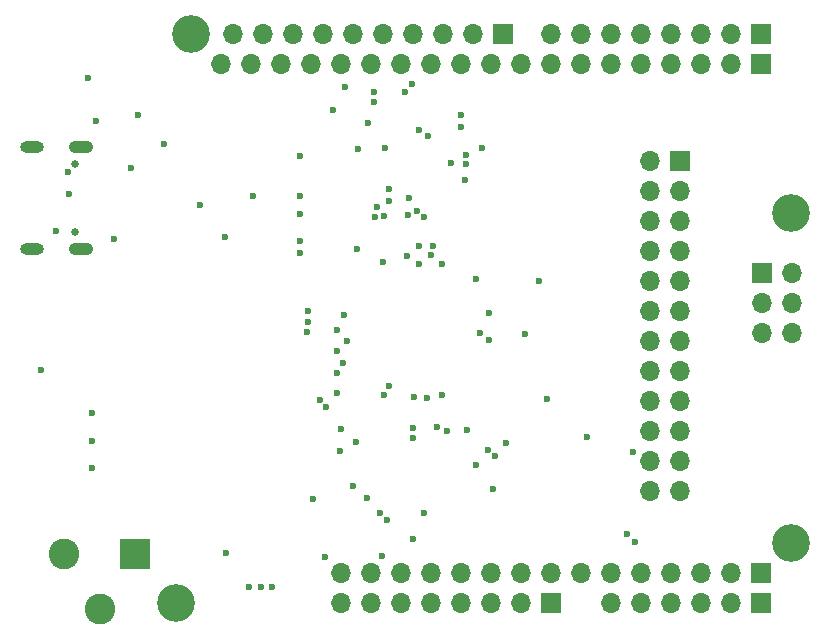
<source format=gbs>
G04 #@! TF.GenerationSoftware,KiCad,Pcbnew,(5.1.6)-1*
G04 #@! TF.CreationDate,2020-08-01T00:49:33+09:00*
G04 #@! TF.ProjectId,Meno_R2,4d656e6f-5f52-4322-9e6b-696361645f70,rev?*
G04 #@! TF.SameCoordinates,PX6cf7820PY7a67730*
G04 #@! TF.FileFunction,Soldermask,Bot*
G04 #@! TF.FilePolarity,Negative*
%FSLAX46Y46*%
G04 Gerber Fmt 4.6, Leading zero omitted, Abs format (unit mm)*
G04 Created by KiCad (PCBNEW (5.1.6)-1) date 2020-08-01 00:49:33*
%MOMM*%
%LPD*%
G01*
G04 APERTURE LIST*
%ADD10C,2.600000*%
%ADD11R,2.600000X2.600000*%
%ADD12R,1.700000X1.700000*%
%ADD13O,1.700000X1.700000*%
%ADD14O,2.000000X1.000000*%
%ADD15O,2.100000X1.050000*%
%ADD16C,0.650000*%
%ADD17C,3.200000*%
%ADD18C,0.600000*%
G04 APERTURE END LIST*
D10*
X7460000Y2000000D03*
X4460000Y6700000D03*
D11*
X10460000Y6700000D03*
D12*
X63459000Y5080000D03*
D13*
X60919000Y5080000D03*
X58379000Y5080000D03*
X55839000Y5080000D03*
X53299000Y5080000D03*
X50759000Y5080000D03*
X48219000Y5080000D03*
X45679000Y5080000D03*
X43139000Y5080000D03*
X40599000Y5080000D03*
X38059000Y5080000D03*
X35519000Y5080000D03*
X32979000Y5080000D03*
X30439000Y5080000D03*
X27899000Y5080000D03*
D12*
X63459000Y2535000D03*
D13*
X60919000Y2535000D03*
X58379000Y2535000D03*
X55839000Y2535000D03*
X53299000Y2535000D03*
X50759000Y2535000D03*
X27899000Y2535000D03*
X30439000Y2535000D03*
X32979000Y2535000D03*
X35519000Y2535000D03*
X38059000Y2535000D03*
X40599000Y2535000D03*
X43139000Y2535000D03*
D12*
X45679000Y2535000D03*
X41615000Y50754700D03*
D13*
X39075000Y50754700D03*
X36535000Y50754700D03*
X33995000Y50754700D03*
X31455000Y50754700D03*
X28915000Y50754700D03*
X26375000Y50754700D03*
X23835000Y50754700D03*
X21295000Y50754700D03*
X18755000Y50754700D03*
D12*
X63459000Y50754700D03*
D13*
X60919000Y50754700D03*
X58379000Y50754700D03*
X55839000Y50754700D03*
X53299000Y50754700D03*
X50759000Y50754700D03*
X48219000Y50754700D03*
X45679000Y50754700D03*
D12*
X63459000Y48210000D03*
D13*
X60919000Y48210000D03*
X58379000Y48210000D03*
X55839000Y48210000D03*
X53299000Y48210000D03*
X50759000Y48210000D03*
X48219000Y48210000D03*
X45679000Y48210000D03*
X43139000Y48210000D03*
X40599000Y48210000D03*
X38059000Y48210000D03*
X35519000Y48210000D03*
X32979000Y48210000D03*
X30439000Y48210000D03*
X27899000Y48210000D03*
X25359000Y48210000D03*
X22819000Y48210000D03*
X20279000Y48210000D03*
X17739000Y48210000D03*
D12*
X63585000Y30474700D03*
D13*
X66125000Y30474700D03*
X63585000Y27934700D03*
X66125000Y27934700D03*
X63585000Y25394700D03*
X66125000Y25394700D03*
D12*
X56600000Y40000000D03*
D13*
X54060000Y40000000D03*
X56600000Y37460000D03*
X54060000Y37460000D03*
X56600000Y34920000D03*
X54060000Y34920000D03*
X56600000Y32380000D03*
X54060000Y32380000D03*
X56600000Y29840000D03*
X54060000Y29840000D03*
X56600000Y27300000D03*
X54060000Y27300000D03*
X56600000Y24760000D03*
X54060000Y24760000D03*
X56600000Y22220000D03*
X54060000Y22220000D03*
X56600000Y19680000D03*
X54060000Y19680000D03*
X56600000Y17140000D03*
X54060000Y17140000D03*
X56600000Y14600000D03*
X54060000Y14600000D03*
X56600000Y12060000D03*
X54060000Y12060000D03*
D14*
X1700000Y41170000D03*
X1700000Y32530000D03*
D15*
X5880000Y41170000D03*
X5880000Y32530000D03*
D16*
X5350000Y33960000D03*
X5350000Y39740000D03*
D17*
X15199210Y50754717D03*
X65998312Y35554717D03*
X65998312Y7615000D03*
X13929210Y2534717D03*
D18*
X40800000Y12200000D03*
X31380000Y6500000D03*
X26550000Y6460000D03*
X21100000Y3870000D03*
X6810000Y18590000D03*
X6810000Y16290000D03*
X6810000Y13990000D03*
X20150000Y3870000D03*
X22050000Y3870000D03*
X25560000Y11320000D03*
X29234200Y32498300D03*
X28239100Y46194400D03*
X30656000Y45828000D03*
X31970000Y37558000D03*
X27878800Y17261100D03*
X12941300Y41412700D03*
X3770000Y34000000D03*
X4825300Y39060500D03*
X29141500Y16157300D03*
X52625900Y15323100D03*
X31200000Y10180000D03*
X31820000Y9580000D03*
X28103800Y22850000D03*
X30100000Y11400000D03*
X27567200Y22003600D03*
X24426100Y33155700D03*
X10730500Y43880400D03*
X24394900Y32200500D03*
X7180000Y43350000D03*
X24439100Y40349000D03*
X34515400Y42549900D03*
X40400000Y27100000D03*
X38083900Y42839400D03*
X25087500Y26350000D03*
X35290700Y42076600D03*
X25066300Y27264200D03*
X38366800Y38382800D03*
X24428600Y35440000D03*
X24410000Y36960000D03*
X33314100Y45815300D03*
X39705100Y25403100D03*
X37210000Y39820000D03*
X33915000Y46445000D03*
X39340000Y30010000D03*
X39820000Y41061400D03*
X29360000Y40970000D03*
X27566400Y25616500D03*
X36456500Y20152500D03*
X38480000Y40500000D03*
X31631200Y41060000D03*
X28373800Y24725700D03*
X36900500Y17097600D03*
X38491700Y39700000D03*
X27234700Y44309300D03*
X25052900Y25502900D03*
X38067200Y43886500D03*
X30222100Y43168700D03*
X27573300Y23850000D03*
X30657900Y44928800D03*
X28132700Y26900000D03*
X26082900Y19696100D03*
X27583200Y20350000D03*
X26653800Y19126700D03*
X40411700Y24772200D03*
X48700000Y16600000D03*
X40328300Y15503000D03*
X34060700Y19945500D03*
X40950600Y14979700D03*
X34006500Y17389300D03*
X39300000Y14200000D03*
X33991600Y16502700D03*
X34930000Y10200000D03*
X31526900Y20140000D03*
X45335300Y19799800D03*
X44640000Y29840000D03*
X28916800Y12444400D03*
X27806800Y15406900D03*
X38581400Y17150000D03*
X35990000Y17445300D03*
X41852600Y16109200D03*
X35189600Y19937000D03*
X33574000Y35386700D03*
X33645600Y36793500D03*
X36475800Y31255700D03*
X31572700Y35294100D03*
X34513100Y32766900D03*
X33960000Y7990000D03*
X30754800Y35253000D03*
X34324200Y35768500D03*
X33453900Y31936900D03*
X52781100Y7679500D03*
X34959600Y35252200D03*
X34474500Y31259500D03*
X52103100Y8346600D03*
X35491200Y31969100D03*
X31452600Y31450000D03*
X35713800Y32766900D03*
X31960100Y36577800D03*
X31960000Y20950000D03*
X30917200Y36088800D03*
X20459800Y36969400D03*
X18118500Y33563600D03*
X18200000Y6740000D03*
X2490000Y22285100D03*
X43516800Y25328000D03*
X15994200Y36250000D03*
X6471700Y46992100D03*
X10142500Y39381900D03*
X4880000Y37150000D03*
X8711500Y33349700D03*
M02*

</source>
